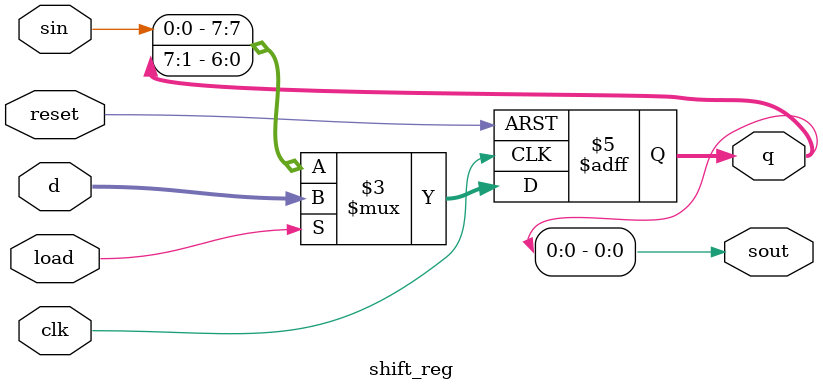
<source format=v>
`timescale 1ns / 1ps


module shift_reg(clk, reset, load, sin, d, q, sout);

    parameter N = 8;
    input clk, reset, load, sin;
    input [N-1:0] d;
    output reg [N-1:0] q;
    output sout; 
    
    assign sout = q[0];
    
    always @(posedge clk, posedge reset) begin
        if (reset) q <= 0;
        else
            if (load) q <= d;
            else q <= {sin, q[N-1:1]};
    end
    
endmodule

</source>
